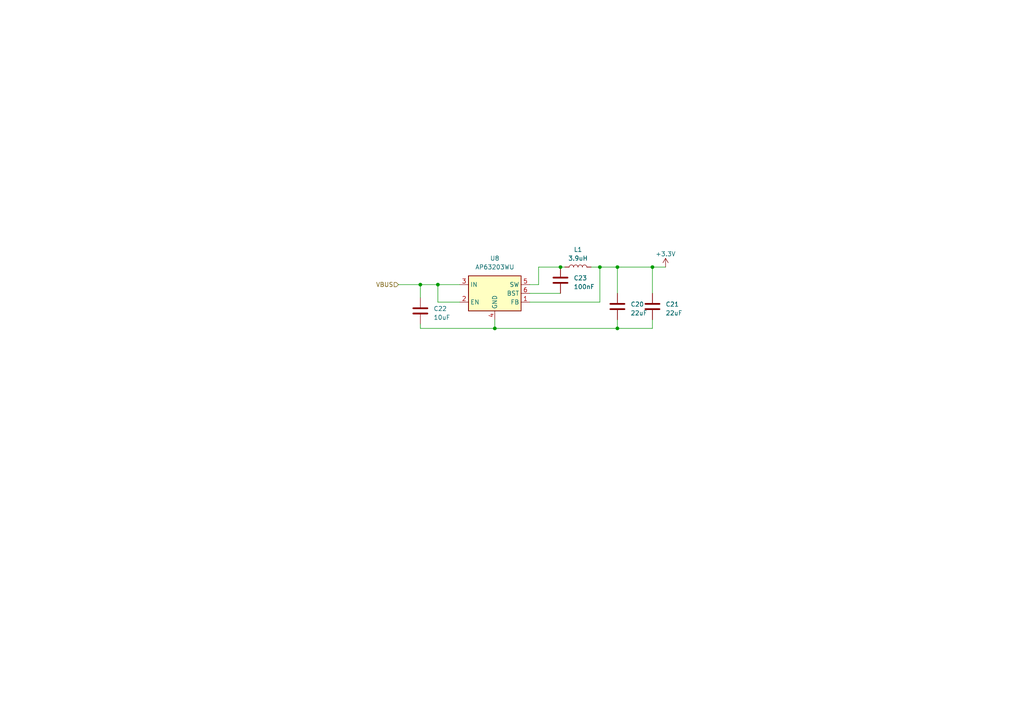
<source format=kicad_sch>
(kicad_sch (version 20230121) (generator eeschema)
  (paper "A4")
  (lib_symbols
    (symbol "Device:C" (pin_numbers hide) (pin_names (offset 0.254))
      (property "Reference" "C" (at 0.635 2.54 0))
      (property "Value" "C" (at 0.635 -2.54 0))
      (symbol "C_0_1"
        (polyline (pts (xy -2.032 -0.762) (xy 2.032 -0.762)) (stroke (width 0.508)))
        (polyline (pts (xy -2.032 0.762) (xy 2.032 0.762)) (stroke (width 0.508)))
      )
      (symbol "C_1_1"
        (pin passive line (at 0 3.81 270) (length 2.794) (name "~") (number "1"))
        (pin passive line (at 0 -3.81 90) (length 2.794) (name "~") (number "2"))
      )
    )
    (symbol "Device:L" (pin_numbers hide) (pin_names (offset 1.016) hide)
      (property "Reference" "L" (at -1.27 0 90))
      (property "Value" "L" (at 1.905 0 90))
      (symbol "L_0_1"
        (arc (start 0 -2.54) (mid 0.6323 -1.905) (end 0 -1.27))
        (arc (start 0 -1.27) (mid 0.6323 -0.635) (end 0 0))
        (arc (start 0 0) (mid 0.6323 0.635) (end 0 1.27))
        (arc (start 0 1.27) (mid 0.6323 1.905) (end 0 2.54))
      )
      (symbol "L_1_1"
        (pin passive line (at 0 3.81 270) (length 1.27) (name "1") (number "1"))
        (pin passive line (at 0 -3.81 90) (length 1.27) (name "2") (number "2"))
      )
    )
    (symbol "Regulator_Switching:AP63203WU"
      (property "Reference" "U" (at -7.62 6.35 0))
      (property "Value" "AP63203WU" (at 2.54 6.35 0))
      (symbol "AP63203WU_0_1"
        (rectangle (start -7.62 5.08) (end 7.62 -5.08) (stroke (width 0.254)) (fill (type background)))
      )
      (symbol "AP63203WU_1_1"
        (pin input line (at 10.16 -2.54 180) (length 2.54) (name "FB") (number "1"))
        (pin input line (at -10.16 -2.54 0) (length 2.54) (name "EN") (number "2"))
        (pin power_in line (at -10.16 2.54 0) (length 2.54) (name "IN") (number "3"))
        (pin power_in line (at 0 -7.62 90) (length 2.54) (name "GND") (number "4"))
        (pin output line (at 10.16 2.54 180) (length 2.54) (name "SW") (number "5"))
        (pin passive line (at 10.16 0 180) (length 2.54) (name "BST") (number "6"))
      )
    )
    (symbol "power:+3.3V" (power) (pin_names (offset 0))
      (property "Value" "+3.3V" (at 0 3.556 0))
      (symbol "+3.3V_0_1"
        (polyline (pts (xy -0.762 1.27) (xy 0 2.54)))
        (polyline (pts (xy 0 0) (xy 0 2.54)))
        (polyline (pts (xy 0 2.54) (xy 0.762 1.27)))
      )
      (symbol "+3.3V_1_1"
        (pin power_in line (at 0 0 90) (length 0) hide (name "+3.3V") (number "1"))
      )
    )
  )
  (junction (at 189.23 77.47))
  (junction (at 179.07 95.25))
  (junction (at 179.07 77.47))
  (junction (at 173.99 77.47))
  (junction (at 121.92 82.55))
  (junction (at 143.51 95.25))
  (junction (at 162.56 77.47))
  (junction (at 127 82.55))
  (wire (pts (xy 133.35 87.63) (xy 127 87.63)))
  (wire (pts (xy 173.99 77.47) (xy 171.45 77.47)))
  (wire (pts (xy 143.51 95.25) (xy 179.07 95.25)))
  (wire (pts (xy 153.67 85.09) (xy 162.56 85.09)))
  (wire (pts (xy 121.92 95.25) (xy 143.51 95.25)))
  (wire (pts (xy 189.23 77.47) (xy 193.04 77.47)))
  (wire (pts (xy 121.92 93.98) (xy 121.92 95.25)))
  (wire (pts (xy 121.92 82.55) (xy 127 82.55)))
  (wire (pts (xy 115.57 82.55) (xy 121.92 82.55)))
  (wire (pts (xy 179.07 95.25) (xy 189.23 95.25)))
  (wire (pts (xy 121.92 86.36) (xy 121.92 82.55)))
  (wire (pts (xy 173.99 77.47) (xy 173.99 87.63)))
  (wire (pts (xy 143.51 92.71) (xy 143.51 95.25)))
  (wire (pts (xy 162.56 77.47) (xy 163.83 77.47)))
  (wire (pts (xy 189.23 77.47) (xy 179.07 77.47)))
  (wire (pts (xy 153.67 87.63) (xy 173.99 87.63)))
  (wire (pts (xy 127 82.55) (xy 133.35 82.55)))
  (wire (pts (xy 156.21 82.55) (xy 153.67 82.55)))
  (wire (pts (xy 189.23 85.09) (xy 189.23 77.47)))
  (wire (pts (xy 179.07 77.47) (xy 179.07 85.09)))
  (wire (pts (xy 162.56 77.47) (xy 156.21 77.47)))
  (wire (pts (xy 179.07 92.71) (xy 179.07 95.25)))
  (wire (pts (xy 156.21 77.47) (xy 156.21 82.55)))
  (wire (pts (xy 127 87.63) (xy 127 82.55)))
  (wire (pts (xy 189.23 95.25) (xy 189.23 92.71)))
  (wire (pts (xy 173.99 77.47) (xy 179.07 77.47)))
  (hierarchical_label "VBUS" (shape input) (at 115.57 82.55 180))
  (symbol (lib_id "Device:C") (at 121.92 90.17 0) (unit 1)
    (property "Reference" "C22" (at 125.73 89.535 0) (effects (justify left)))
    (property "Value" "10uF" (at 125.73 92.075 0) (effects (justify left)))
    (property "Footprint" "Capacitor_SMD:C_0603_1608Metric" (effects hide))
  )
  (symbol (lib_id "Device:C") (at 179.07 88.9 0) (unit 1)
    (property "Reference" "C20" (at 182.88 88.265 0) (effects (justify left)))
    (property "Value" "22uF" (at 182.88 90.805 0) (effects (justify left)))
    (property "Footprint" "Capacitor_SMD:C_0603_1608Metric" (effects hide))
  )
  (symbol (lib_id "Regulator_Switching:AP63203WU") (at 143.51 85.09 0) (unit 1)
    (property "Reference" "U8" (at 143.51 74.93 0))
    (property "Value" "AP63203WU" (at 143.51 77.47 0))
    (property "Footprint" "Package_TO_SOT_SMD:TSOT-23-6" (effects hide))
    (property "Datasheet" "https://www.diodes.com/assets/Datasheets/AP63200-AP63201-AP63203-AP63205.pdf" (effects hide))
  )
  (symbol (lib_id "power:+3.3V") (at 193.04 77.47 0) (unit 1)
    (property "Reference" "#PWR040" (effects hide))
    (property "Value" "+3.3V" (at 193.04 73.66 0))
  )
  (symbol (lib_id "Device:C") (at 189.23 88.9 0) (unit 1)
    (property "Reference" "C21" (at 193.04 88.265 0) (effects (justify left)))
    (property "Value" "22uF" (at 193.04 90.805 0) (effects (justify left)))
    (property "Footprint" "Capacitor_SMD:C_0603_1608Metric" (effects hide))
  )
  (symbol (lib_id "Device:L") (at 167.64 77.47 90) (unit 1)
    (property "Reference" "L1" (at 167.64 72.39 90))
    (property "Value" "3.9uH" (at 167.64 74.93 90))
  )
  (symbol (lib_id "Device:C") (at 162.56 81.28 0) (unit 1)
    (property "Reference" "C23" (at 166.37 80.645 0) (effects (justify left)))
    (property "Value" "100nF" (at 166.37 83.185 0) (effects (justify left)))
    (property "Footprint" "Capacitor_SMD:C_0402_1005Metric" (effects hide))
  )
)
</source>
